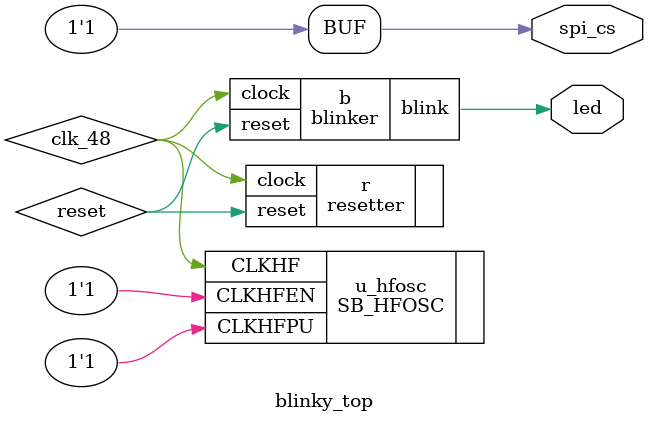
<source format=v>
`timescale 1ns/100ps

module blinker(input       clock,
               input       reset,
               output      blink);
    reg [23:0] counter;

    assign blink = counter[21];

    always @(posedge clock) begin
        if (!reset) begin
            counter <= counter + 24'h1;
        end else begin
            counter <= 24'h0;
        end
    end
endmodule

// The name blinky_top is arbitrary. It just needs to be specified in the yosys synthesis script
// with the -top argument passed into synth_ice40
module blinky_top(output spi_cs,
                  output led);

    assign spi_cs = 1'b1;

    // This oscillator is a hard IP core inside the ice40.
    wire clk_48;
    SB_HFOSC u_hfosc(.CLKHFPU(1'b1),
		     .CLKHFEN(1'b1),
		     .CLKHF(clk_48));

    // Module "resetter" is defined in ../common/util.v
    wire reset;
    resetter r(.clock(clk_48),
               .reset(reset));

    blinker b(.clock(clk_48),
              .reset(reset),
              .blink(led));
endmodule

</source>
